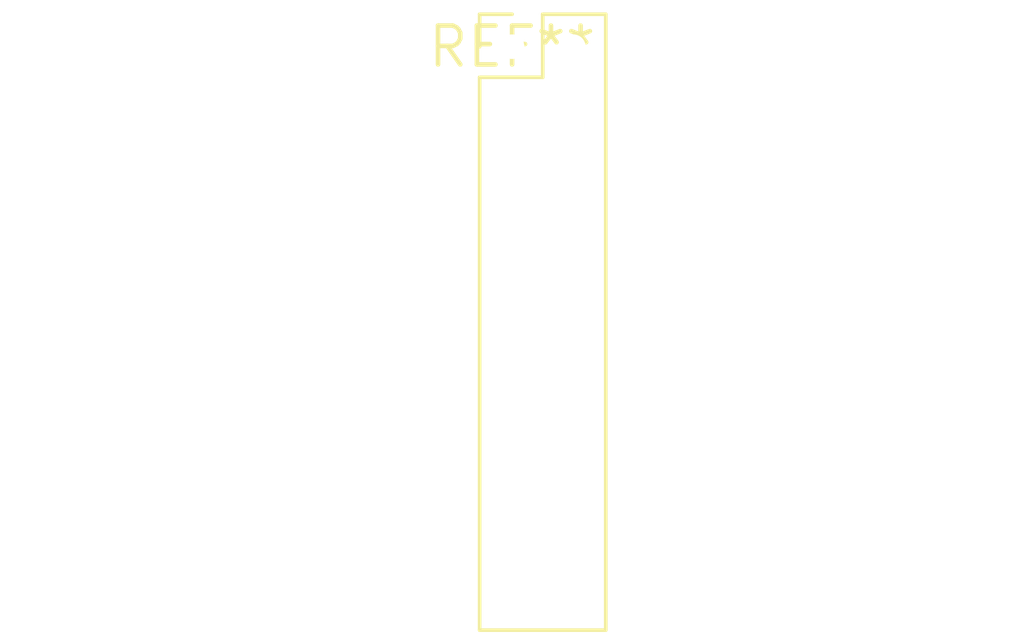
<source format=kicad_pcb>
(kicad_pcb (version 20240108) (generator pcbnew)
  (layers (0 "F.Cu" signal) (31 "B.Cu" signal) (34 "B.Paste" user) (35 "F.Paste" user) (36 "B.SilkS" user "B.Silkscreen") (37 "F.SilkS" user "F.Silkscreen") (38 "B.Mask" user) (39 "F.Mask" user) (44 "Edge.Cuts" user))
  (net 0 "")
  (footprint "PinHeader_2x10_P2.00mm_Vertical" (layer "F.Cu") (at 0 0)
    (property "Reference" "REF**")
    (property "Value" "PinHeader_2x10_P2.00mm_Vertical")
    (fp_line (start -1.06 -1.06) (end 0 -1.06) (layer "F.SilkS") (stroke (width 0.12)))
    (fp_line (start -1.06 0) (end -1.06 -1.06) (layer "F.SilkS") (stroke (width 0.12)))
    (fp_line (start -1.06 1) (end -1.06 19.06) (layer "F.SilkS") (stroke (width 0.12)))
    (fp_line (start -1.06 1) (end 1 1) (layer "F.SilkS") (stroke (width 0.12)))
    (fp_line (start -1.06 19.06) (end 3.06 19.06) (layer "F.SilkS") (stroke (width 0.12)))
    (fp_line (start 1 -1.06) (end 3.06 -1.06) (layer "F.SilkS") (stroke (width 0.12)))
    (fp_line (start 1 1) (end 1 -1.06) (layer "F.SilkS") (stroke (width 0.12)))
    (fp_line (start 3.06 -1.06) (end 3.06 19.06) (layer "F.SilkS") (stroke (width 0.12)))
    (pad "1" thru_hole rect (at 0 0) (size 1.35 1.35) (drill 0.8) (layers *.Cu *.Mask) (remove_unused_layers))
    (pad "2" thru_hole oval (at 2 0) (size 1.35 1.35) (drill 0.8) (layers *.Cu *.Mask) (remove_unused_layers))
    (pad "3" thru_hole oval (at 0 2) (size 1.35 1.35) (drill 0.8) (layers *.Cu *.Mask) (remove_unused_layers))
    (pad "4" thru_hole oval (at 2 2) (size 1.35 1.35) (drill 0.8) (layers *.Cu *.Mask) (remove_unused_layers))
    (pad "5" thru_hole oval (at 0 4) (size 1.35 1.35) (drill 0.8) (layers *.Cu *.Mask) (remove_unused_layers))
    (pad "6" thru_hole oval (at 2 4) (size 1.35 1.35) (drill 0.8) (layers *.Cu *.Mask) (remove_unused_layers))
    (pad "7" thru_hole oval (at 0 6) (size 1.35 1.35) (drill 0.8) (layers *.Cu *.Mask) (remove_unused_layers))
    (pad "8" thru_hole oval (at 2 6) (size 1.35 1.35) (drill 0.8) (layers *.Cu *.Mask) (remove_unused_layers))
    (pad "9" thru_hole oval (at 0 8) (size 1.35 1.35) (drill 0.8) (layers *.Cu *.Mask) (remove_unused_layers))
    (pad "10" thru_hole oval (at 2 8) (size 1.35 1.35) (drill 0.8) (layers *.Cu *.Mask) (remove_unused_layers))
    (pad "11" thru_hole oval (at 0 10) (size 1.35 1.35) (drill 0.8) (layers *.Cu *.Mask) (remove_unused_layers))
    (pad "12" thru_hole oval (at 2 10) (size 1.35 1.35) (drill 0.8) (layers *.Cu *.Mask) (remove_unused_layers))
    (pad "13" thru_hole oval (at 0 12) (size 1.35 1.35) (drill 0.8) (layers *.Cu *.Mask) (remove_unused_layers))
    (pad "14" thru_hole oval (at 2 12) (size 1.35 1.35) (drill 0.8) (layers *.Cu *.Mask) (remove_unused_layers))
    (pad "15" thru_hole oval (at 0 14) (size 1.35 1.35) (drill 0.8) (layers *.Cu *.Mask) (remove_unused_layers))
    (pad "16" thru_hole oval (at 2 14) (size 1.35 1.35) (drill 0.8) (layers *.Cu *.Mask) (remove_unused_layers))
    (pad "17" thru_hole oval (at 0 16) (size 1.35 1.35) (drill 0.8) (layers *.Cu *.Mask) (remove_unused_layers))
    (pad "18" thru_hole oval (at 2 16) (size 1.35 1.35) (drill 0.8) (layers *.Cu *.Mask) (remove_unused_layers))
    (pad "19" thru_hole oval (at 0 18) (size 1.35 1.35) (drill 0.8) (layers *.Cu *.Mask) (remove_unused_layers))
    (pad "20" thru_hole oval (at 2 18) (size 1.35 1.35) (drill 0.8) (layers *.Cu *.Mask) (remove_unused_layers))
  )
)
</source>
